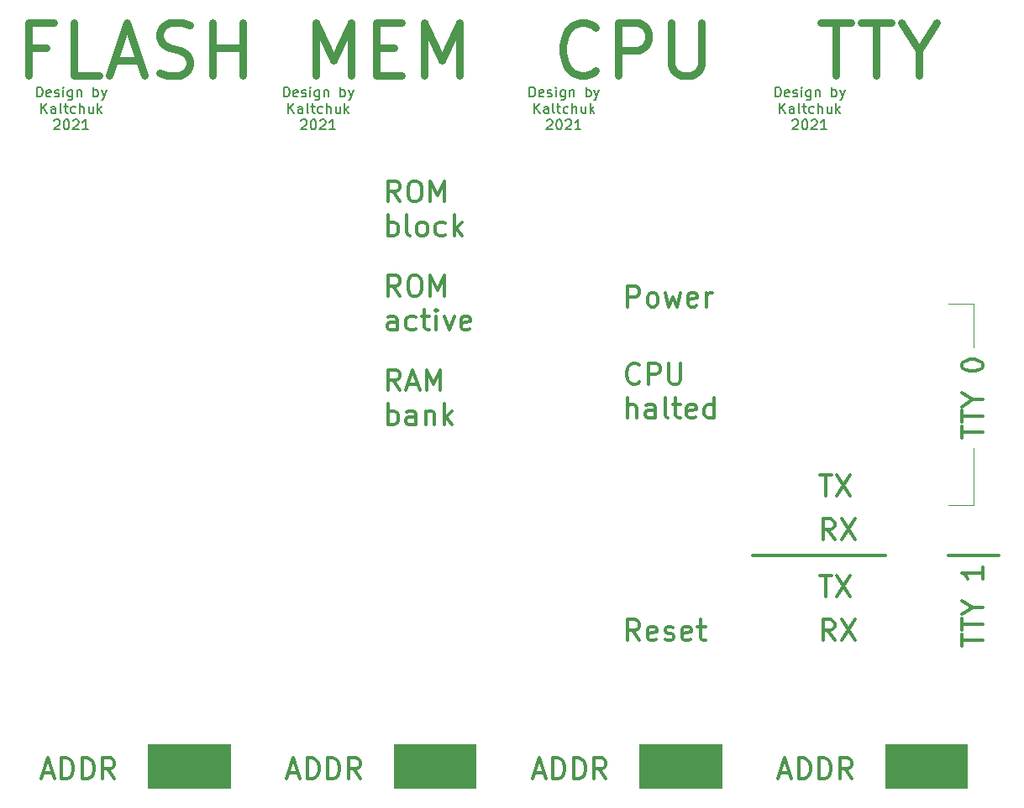
<source format=gbr>
%TF.GenerationSoftware,KiCad,Pcbnew,(5.1.4)-1*%
%TF.CreationDate,2022-01-22T19:53:32+02:00*%
%TF.ProjectId,Front Panel,46726f6e-7420-4506-916e-656c2e6b6963,rev?*%
%TF.SameCoordinates,Original*%
%TF.FileFunction,Legend,Top*%
%TF.FilePolarity,Positive*%
%FSLAX46Y46*%
G04 Gerber Fmt 4.6, Leading zero omitted, Abs format (unit mm)*
G04 Created by KiCad (PCBNEW (5.1.4)-1) date 2022-01-22 19:53:32*
%MOMM*%
%LPD*%
G04 APERTURE LIST*
%ADD10C,0.150000*%
%ADD11C,0.120000*%
%ADD12C,0.100000*%
%ADD13C,0.330200*%
%ADD14C,0.787400*%
G04 APERTURE END LIST*
D10*
X159107619Y-36267380D02*
X159107619Y-35267380D01*
X159345714Y-35267380D01*
X159488571Y-35315000D01*
X159583809Y-35410238D01*
X159631428Y-35505476D01*
X159679047Y-35695952D01*
X159679047Y-35838809D01*
X159631428Y-36029285D01*
X159583809Y-36124523D01*
X159488571Y-36219761D01*
X159345714Y-36267380D01*
X159107619Y-36267380D01*
X160488571Y-36219761D02*
X160393333Y-36267380D01*
X160202857Y-36267380D01*
X160107619Y-36219761D01*
X160060000Y-36124523D01*
X160060000Y-35743571D01*
X160107619Y-35648333D01*
X160202857Y-35600714D01*
X160393333Y-35600714D01*
X160488571Y-35648333D01*
X160536190Y-35743571D01*
X160536190Y-35838809D01*
X160060000Y-35934047D01*
X160917142Y-36219761D02*
X161012380Y-36267380D01*
X161202857Y-36267380D01*
X161298095Y-36219761D01*
X161345714Y-36124523D01*
X161345714Y-36076904D01*
X161298095Y-35981666D01*
X161202857Y-35934047D01*
X161060000Y-35934047D01*
X160964761Y-35886428D01*
X160917142Y-35791190D01*
X160917142Y-35743571D01*
X160964761Y-35648333D01*
X161060000Y-35600714D01*
X161202857Y-35600714D01*
X161298095Y-35648333D01*
X161774285Y-36267380D02*
X161774285Y-35600714D01*
X161774285Y-35267380D02*
X161726666Y-35315000D01*
X161774285Y-35362619D01*
X161821904Y-35315000D01*
X161774285Y-35267380D01*
X161774285Y-35362619D01*
X162679047Y-35600714D02*
X162679047Y-36410238D01*
X162631428Y-36505476D01*
X162583809Y-36553095D01*
X162488571Y-36600714D01*
X162345714Y-36600714D01*
X162250476Y-36553095D01*
X162679047Y-36219761D02*
X162583809Y-36267380D01*
X162393333Y-36267380D01*
X162298095Y-36219761D01*
X162250476Y-36172142D01*
X162202857Y-36076904D01*
X162202857Y-35791190D01*
X162250476Y-35695952D01*
X162298095Y-35648333D01*
X162393333Y-35600714D01*
X162583809Y-35600714D01*
X162679047Y-35648333D01*
X163155238Y-35600714D02*
X163155238Y-36267380D01*
X163155238Y-35695952D02*
X163202857Y-35648333D01*
X163298095Y-35600714D01*
X163440952Y-35600714D01*
X163536190Y-35648333D01*
X163583809Y-35743571D01*
X163583809Y-36267380D01*
X164821904Y-36267380D02*
X164821904Y-35267380D01*
X164821904Y-35648333D02*
X164917142Y-35600714D01*
X165107619Y-35600714D01*
X165202857Y-35648333D01*
X165250476Y-35695952D01*
X165298095Y-35791190D01*
X165298095Y-36076904D01*
X165250476Y-36172142D01*
X165202857Y-36219761D01*
X165107619Y-36267380D01*
X164917142Y-36267380D01*
X164821904Y-36219761D01*
X165631428Y-35600714D02*
X165869523Y-36267380D01*
X166107619Y-35600714D02*
X165869523Y-36267380D01*
X165774285Y-36505476D01*
X165726666Y-36553095D01*
X165631428Y-36600714D01*
X159560000Y-37917380D02*
X159560000Y-36917380D01*
X160131428Y-37917380D02*
X159702857Y-37345952D01*
X160131428Y-36917380D02*
X159560000Y-37488809D01*
X160988571Y-37917380D02*
X160988571Y-37393571D01*
X160940952Y-37298333D01*
X160845714Y-37250714D01*
X160655238Y-37250714D01*
X160560000Y-37298333D01*
X160988571Y-37869761D02*
X160893333Y-37917380D01*
X160655238Y-37917380D01*
X160560000Y-37869761D01*
X160512380Y-37774523D01*
X160512380Y-37679285D01*
X160560000Y-37584047D01*
X160655238Y-37536428D01*
X160893333Y-37536428D01*
X160988571Y-37488809D01*
X161607619Y-37917380D02*
X161512380Y-37869761D01*
X161464761Y-37774523D01*
X161464761Y-36917380D01*
X161845714Y-37250714D02*
X162226666Y-37250714D01*
X161988571Y-36917380D02*
X161988571Y-37774523D01*
X162036190Y-37869761D01*
X162131428Y-37917380D01*
X162226666Y-37917380D01*
X162988571Y-37869761D02*
X162893333Y-37917380D01*
X162702857Y-37917380D01*
X162607619Y-37869761D01*
X162560000Y-37822142D01*
X162512380Y-37726904D01*
X162512380Y-37441190D01*
X162560000Y-37345952D01*
X162607619Y-37298333D01*
X162702857Y-37250714D01*
X162893333Y-37250714D01*
X162988571Y-37298333D01*
X163417142Y-37917380D02*
X163417142Y-36917380D01*
X163845714Y-37917380D02*
X163845714Y-37393571D01*
X163798095Y-37298333D01*
X163702857Y-37250714D01*
X163560000Y-37250714D01*
X163464761Y-37298333D01*
X163417142Y-37345952D01*
X164750476Y-37250714D02*
X164750476Y-37917380D01*
X164321904Y-37250714D02*
X164321904Y-37774523D01*
X164369523Y-37869761D01*
X164464761Y-37917380D01*
X164607619Y-37917380D01*
X164702857Y-37869761D01*
X164750476Y-37822142D01*
X165226666Y-37917380D02*
X165226666Y-36917380D01*
X165321904Y-37536428D02*
X165607619Y-37917380D01*
X165607619Y-37250714D02*
X165226666Y-37631666D01*
X160845714Y-38662619D02*
X160893333Y-38615000D01*
X160988571Y-38567380D01*
X161226666Y-38567380D01*
X161321904Y-38615000D01*
X161369523Y-38662619D01*
X161417142Y-38757857D01*
X161417142Y-38853095D01*
X161369523Y-38995952D01*
X160798095Y-39567380D01*
X161417142Y-39567380D01*
X162036190Y-38567380D02*
X162131428Y-38567380D01*
X162226666Y-38615000D01*
X162274285Y-38662619D01*
X162321904Y-38757857D01*
X162369523Y-38948333D01*
X162369523Y-39186428D01*
X162321904Y-39376904D01*
X162274285Y-39472142D01*
X162226666Y-39519761D01*
X162131428Y-39567380D01*
X162036190Y-39567380D01*
X161940952Y-39519761D01*
X161893333Y-39472142D01*
X161845714Y-39376904D01*
X161798095Y-39186428D01*
X161798095Y-38948333D01*
X161845714Y-38757857D01*
X161893333Y-38662619D01*
X161940952Y-38615000D01*
X162036190Y-38567380D01*
X162750476Y-38662619D02*
X162798095Y-38615000D01*
X162893333Y-38567380D01*
X163131428Y-38567380D01*
X163226666Y-38615000D01*
X163274285Y-38662619D01*
X163321904Y-38757857D01*
X163321904Y-38853095D01*
X163274285Y-38995952D01*
X162702857Y-39567380D01*
X163321904Y-39567380D01*
X164274285Y-39567380D02*
X163702857Y-39567380D01*
X163988571Y-39567380D02*
X163988571Y-38567380D01*
X163893333Y-38710238D01*
X163798095Y-38805476D01*
X163702857Y-38853095D01*
X134342619Y-36267380D02*
X134342619Y-35267380D01*
X134580714Y-35267380D01*
X134723571Y-35315000D01*
X134818809Y-35410238D01*
X134866428Y-35505476D01*
X134914047Y-35695952D01*
X134914047Y-35838809D01*
X134866428Y-36029285D01*
X134818809Y-36124523D01*
X134723571Y-36219761D01*
X134580714Y-36267380D01*
X134342619Y-36267380D01*
X135723571Y-36219761D02*
X135628333Y-36267380D01*
X135437857Y-36267380D01*
X135342619Y-36219761D01*
X135295000Y-36124523D01*
X135295000Y-35743571D01*
X135342619Y-35648333D01*
X135437857Y-35600714D01*
X135628333Y-35600714D01*
X135723571Y-35648333D01*
X135771190Y-35743571D01*
X135771190Y-35838809D01*
X135295000Y-35934047D01*
X136152142Y-36219761D02*
X136247380Y-36267380D01*
X136437857Y-36267380D01*
X136533095Y-36219761D01*
X136580714Y-36124523D01*
X136580714Y-36076904D01*
X136533095Y-35981666D01*
X136437857Y-35934047D01*
X136295000Y-35934047D01*
X136199761Y-35886428D01*
X136152142Y-35791190D01*
X136152142Y-35743571D01*
X136199761Y-35648333D01*
X136295000Y-35600714D01*
X136437857Y-35600714D01*
X136533095Y-35648333D01*
X137009285Y-36267380D02*
X137009285Y-35600714D01*
X137009285Y-35267380D02*
X136961666Y-35315000D01*
X137009285Y-35362619D01*
X137056904Y-35315000D01*
X137009285Y-35267380D01*
X137009285Y-35362619D01*
X137914047Y-35600714D02*
X137914047Y-36410238D01*
X137866428Y-36505476D01*
X137818809Y-36553095D01*
X137723571Y-36600714D01*
X137580714Y-36600714D01*
X137485476Y-36553095D01*
X137914047Y-36219761D02*
X137818809Y-36267380D01*
X137628333Y-36267380D01*
X137533095Y-36219761D01*
X137485476Y-36172142D01*
X137437857Y-36076904D01*
X137437857Y-35791190D01*
X137485476Y-35695952D01*
X137533095Y-35648333D01*
X137628333Y-35600714D01*
X137818809Y-35600714D01*
X137914047Y-35648333D01*
X138390238Y-35600714D02*
X138390238Y-36267380D01*
X138390238Y-35695952D02*
X138437857Y-35648333D01*
X138533095Y-35600714D01*
X138675952Y-35600714D01*
X138771190Y-35648333D01*
X138818809Y-35743571D01*
X138818809Y-36267380D01*
X140056904Y-36267380D02*
X140056904Y-35267380D01*
X140056904Y-35648333D02*
X140152142Y-35600714D01*
X140342619Y-35600714D01*
X140437857Y-35648333D01*
X140485476Y-35695952D01*
X140533095Y-35791190D01*
X140533095Y-36076904D01*
X140485476Y-36172142D01*
X140437857Y-36219761D01*
X140342619Y-36267380D01*
X140152142Y-36267380D01*
X140056904Y-36219761D01*
X140866428Y-35600714D02*
X141104523Y-36267380D01*
X141342619Y-35600714D02*
X141104523Y-36267380D01*
X141009285Y-36505476D01*
X140961666Y-36553095D01*
X140866428Y-36600714D01*
X134795000Y-37917380D02*
X134795000Y-36917380D01*
X135366428Y-37917380D02*
X134937857Y-37345952D01*
X135366428Y-36917380D02*
X134795000Y-37488809D01*
X136223571Y-37917380D02*
X136223571Y-37393571D01*
X136175952Y-37298333D01*
X136080714Y-37250714D01*
X135890238Y-37250714D01*
X135795000Y-37298333D01*
X136223571Y-37869761D02*
X136128333Y-37917380D01*
X135890238Y-37917380D01*
X135795000Y-37869761D01*
X135747380Y-37774523D01*
X135747380Y-37679285D01*
X135795000Y-37584047D01*
X135890238Y-37536428D01*
X136128333Y-37536428D01*
X136223571Y-37488809D01*
X136842619Y-37917380D02*
X136747380Y-37869761D01*
X136699761Y-37774523D01*
X136699761Y-36917380D01*
X137080714Y-37250714D02*
X137461666Y-37250714D01*
X137223571Y-36917380D02*
X137223571Y-37774523D01*
X137271190Y-37869761D01*
X137366428Y-37917380D01*
X137461666Y-37917380D01*
X138223571Y-37869761D02*
X138128333Y-37917380D01*
X137937857Y-37917380D01*
X137842619Y-37869761D01*
X137795000Y-37822142D01*
X137747380Y-37726904D01*
X137747380Y-37441190D01*
X137795000Y-37345952D01*
X137842619Y-37298333D01*
X137937857Y-37250714D01*
X138128333Y-37250714D01*
X138223571Y-37298333D01*
X138652142Y-37917380D02*
X138652142Y-36917380D01*
X139080714Y-37917380D02*
X139080714Y-37393571D01*
X139033095Y-37298333D01*
X138937857Y-37250714D01*
X138795000Y-37250714D01*
X138699761Y-37298333D01*
X138652142Y-37345952D01*
X139985476Y-37250714D02*
X139985476Y-37917380D01*
X139556904Y-37250714D02*
X139556904Y-37774523D01*
X139604523Y-37869761D01*
X139699761Y-37917380D01*
X139842619Y-37917380D01*
X139937857Y-37869761D01*
X139985476Y-37822142D01*
X140461666Y-37917380D02*
X140461666Y-36917380D01*
X140556904Y-37536428D02*
X140842619Y-37917380D01*
X140842619Y-37250714D02*
X140461666Y-37631666D01*
X136080714Y-38662619D02*
X136128333Y-38615000D01*
X136223571Y-38567380D01*
X136461666Y-38567380D01*
X136556904Y-38615000D01*
X136604523Y-38662619D01*
X136652142Y-38757857D01*
X136652142Y-38853095D01*
X136604523Y-38995952D01*
X136033095Y-39567380D01*
X136652142Y-39567380D01*
X137271190Y-38567380D02*
X137366428Y-38567380D01*
X137461666Y-38615000D01*
X137509285Y-38662619D01*
X137556904Y-38757857D01*
X137604523Y-38948333D01*
X137604523Y-39186428D01*
X137556904Y-39376904D01*
X137509285Y-39472142D01*
X137461666Y-39519761D01*
X137366428Y-39567380D01*
X137271190Y-39567380D01*
X137175952Y-39519761D01*
X137128333Y-39472142D01*
X137080714Y-39376904D01*
X137033095Y-39186428D01*
X137033095Y-38948333D01*
X137080714Y-38757857D01*
X137128333Y-38662619D01*
X137175952Y-38615000D01*
X137271190Y-38567380D01*
X137985476Y-38662619D02*
X138033095Y-38615000D01*
X138128333Y-38567380D01*
X138366428Y-38567380D01*
X138461666Y-38615000D01*
X138509285Y-38662619D01*
X138556904Y-38757857D01*
X138556904Y-38853095D01*
X138509285Y-38995952D01*
X137937857Y-39567380D01*
X138556904Y-39567380D01*
X139509285Y-39567380D02*
X138937857Y-39567380D01*
X139223571Y-39567380D02*
X139223571Y-38567380D01*
X139128333Y-38710238D01*
X139033095Y-38805476D01*
X138937857Y-38853095D01*
X109577619Y-36267380D02*
X109577619Y-35267380D01*
X109815714Y-35267380D01*
X109958571Y-35315000D01*
X110053809Y-35410238D01*
X110101428Y-35505476D01*
X110149047Y-35695952D01*
X110149047Y-35838809D01*
X110101428Y-36029285D01*
X110053809Y-36124523D01*
X109958571Y-36219761D01*
X109815714Y-36267380D01*
X109577619Y-36267380D01*
X110958571Y-36219761D02*
X110863333Y-36267380D01*
X110672857Y-36267380D01*
X110577619Y-36219761D01*
X110530000Y-36124523D01*
X110530000Y-35743571D01*
X110577619Y-35648333D01*
X110672857Y-35600714D01*
X110863333Y-35600714D01*
X110958571Y-35648333D01*
X111006190Y-35743571D01*
X111006190Y-35838809D01*
X110530000Y-35934047D01*
X111387142Y-36219761D02*
X111482380Y-36267380D01*
X111672857Y-36267380D01*
X111768095Y-36219761D01*
X111815714Y-36124523D01*
X111815714Y-36076904D01*
X111768095Y-35981666D01*
X111672857Y-35934047D01*
X111530000Y-35934047D01*
X111434761Y-35886428D01*
X111387142Y-35791190D01*
X111387142Y-35743571D01*
X111434761Y-35648333D01*
X111530000Y-35600714D01*
X111672857Y-35600714D01*
X111768095Y-35648333D01*
X112244285Y-36267380D02*
X112244285Y-35600714D01*
X112244285Y-35267380D02*
X112196666Y-35315000D01*
X112244285Y-35362619D01*
X112291904Y-35315000D01*
X112244285Y-35267380D01*
X112244285Y-35362619D01*
X113149047Y-35600714D02*
X113149047Y-36410238D01*
X113101428Y-36505476D01*
X113053809Y-36553095D01*
X112958571Y-36600714D01*
X112815714Y-36600714D01*
X112720476Y-36553095D01*
X113149047Y-36219761D02*
X113053809Y-36267380D01*
X112863333Y-36267380D01*
X112768095Y-36219761D01*
X112720476Y-36172142D01*
X112672857Y-36076904D01*
X112672857Y-35791190D01*
X112720476Y-35695952D01*
X112768095Y-35648333D01*
X112863333Y-35600714D01*
X113053809Y-35600714D01*
X113149047Y-35648333D01*
X113625238Y-35600714D02*
X113625238Y-36267380D01*
X113625238Y-35695952D02*
X113672857Y-35648333D01*
X113768095Y-35600714D01*
X113910952Y-35600714D01*
X114006190Y-35648333D01*
X114053809Y-35743571D01*
X114053809Y-36267380D01*
X115291904Y-36267380D02*
X115291904Y-35267380D01*
X115291904Y-35648333D02*
X115387142Y-35600714D01*
X115577619Y-35600714D01*
X115672857Y-35648333D01*
X115720476Y-35695952D01*
X115768095Y-35791190D01*
X115768095Y-36076904D01*
X115720476Y-36172142D01*
X115672857Y-36219761D01*
X115577619Y-36267380D01*
X115387142Y-36267380D01*
X115291904Y-36219761D01*
X116101428Y-35600714D02*
X116339523Y-36267380D01*
X116577619Y-35600714D02*
X116339523Y-36267380D01*
X116244285Y-36505476D01*
X116196666Y-36553095D01*
X116101428Y-36600714D01*
X110030000Y-37917380D02*
X110030000Y-36917380D01*
X110601428Y-37917380D02*
X110172857Y-37345952D01*
X110601428Y-36917380D02*
X110030000Y-37488809D01*
X111458571Y-37917380D02*
X111458571Y-37393571D01*
X111410952Y-37298333D01*
X111315714Y-37250714D01*
X111125238Y-37250714D01*
X111030000Y-37298333D01*
X111458571Y-37869761D02*
X111363333Y-37917380D01*
X111125238Y-37917380D01*
X111030000Y-37869761D01*
X110982380Y-37774523D01*
X110982380Y-37679285D01*
X111030000Y-37584047D01*
X111125238Y-37536428D01*
X111363333Y-37536428D01*
X111458571Y-37488809D01*
X112077619Y-37917380D02*
X111982380Y-37869761D01*
X111934761Y-37774523D01*
X111934761Y-36917380D01*
X112315714Y-37250714D02*
X112696666Y-37250714D01*
X112458571Y-36917380D02*
X112458571Y-37774523D01*
X112506190Y-37869761D01*
X112601428Y-37917380D01*
X112696666Y-37917380D01*
X113458571Y-37869761D02*
X113363333Y-37917380D01*
X113172857Y-37917380D01*
X113077619Y-37869761D01*
X113030000Y-37822142D01*
X112982380Y-37726904D01*
X112982380Y-37441190D01*
X113030000Y-37345952D01*
X113077619Y-37298333D01*
X113172857Y-37250714D01*
X113363333Y-37250714D01*
X113458571Y-37298333D01*
X113887142Y-37917380D02*
X113887142Y-36917380D01*
X114315714Y-37917380D02*
X114315714Y-37393571D01*
X114268095Y-37298333D01*
X114172857Y-37250714D01*
X114030000Y-37250714D01*
X113934761Y-37298333D01*
X113887142Y-37345952D01*
X115220476Y-37250714D02*
X115220476Y-37917380D01*
X114791904Y-37250714D02*
X114791904Y-37774523D01*
X114839523Y-37869761D01*
X114934761Y-37917380D01*
X115077619Y-37917380D01*
X115172857Y-37869761D01*
X115220476Y-37822142D01*
X115696666Y-37917380D02*
X115696666Y-36917380D01*
X115791904Y-37536428D02*
X116077619Y-37917380D01*
X116077619Y-37250714D02*
X115696666Y-37631666D01*
X111315714Y-38662619D02*
X111363333Y-38615000D01*
X111458571Y-38567380D01*
X111696666Y-38567380D01*
X111791904Y-38615000D01*
X111839523Y-38662619D01*
X111887142Y-38757857D01*
X111887142Y-38853095D01*
X111839523Y-38995952D01*
X111268095Y-39567380D01*
X111887142Y-39567380D01*
X112506190Y-38567380D02*
X112601428Y-38567380D01*
X112696666Y-38615000D01*
X112744285Y-38662619D01*
X112791904Y-38757857D01*
X112839523Y-38948333D01*
X112839523Y-39186428D01*
X112791904Y-39376904D01*
X112744285Y-39472142D01*
X112696666Y-39519761D01*
X112601428Y-39567380D01*
X112506190Y-39567380D01*
X112410952Y-39519761D01*
X112363333Y-39472142D01*
X112315714Y-39376904D01*
X112268095Y-39186428D01*
X112268095Y-38948333D01*
X112315714Y-38757857D01*
X112363333Y-38662619D01*
X112410952Y-38615000D01*
X112506190Y-38567380D01*
X113220476Y-38662619D02*
X113268095Y-38615000D01*
X113363333Y-38567380D01*
X113601428Y-38567380D01*
X113696666Y-38615000D01*
X113744285Y-38662619D01*
X113791904Y-38757857D01*
X113791904Y-38853095D01*
X113744285Y-38995952D01*
X113172857Y-39567380D01*
X113791904Y-39567380D01*
X114744285Y-39567380D02*
X114172857Y-39567380D01*
X114458571Y-39567380D02*
X114458571Y-38567380D01*
X114363333Y-38710238D01*
X114268095Y-38805476D01*
X114172857Y-38853095D01*
X84685619Y-36267380D02*
X84685619Y-35267380D01*
X84923714Y-35267380D01*
X85066571Y-35315000D01*
X85161809Y-35410238D01*
X85209428Y-35505476D01*
X85257047Y-35695952D01*
X85257047Y-35838809D01*
X85209428Y-36029285D01*
X85161809Y-36124523D01*
X85066571Y-36219761D01*
X84923714Y-36267380D01*
X84685619Y-36267380D01*
X86066571Y-36219761D02*
X85971333Y-36267380D01*
X85780857Y-36267380D01*
X85685619Y-36219761D01*
X85638000Y-36124523D01*
X85638000Y-35743571D01*
X85685619Y-35648333D01*
X85780857Y-35600714D01*
X85971333Y-35600714D01*
X86066571Y-35648333D01*
X86114190Y-35743571D01*
X86114190Y-35838809D01*
X85638000Y-35934047D01*
X86495142Y-36219761D02*
X86590380Y-36267380D01*
X86780857Y-36267380D01*
X86876095Y-36219761D01*
X86923714Y-36124523D01*
X86923714Y-36076904D01*
X86876095Y-35981666D01*
X86780857Y-35934047D01*
X86638000Y-35934047D01*
X86542761Y-35886428D01*
X86495142Y-35791190D01*
X86495142Y-35743571D01*
X86542761Y-35648333D01*
X86638000Y-35600714D01*
X86780857Y-35600714D01*
X86876095Y-35648333D01*
X87352285Y-36267380D02*
X87352285Y-35600714D01*
X87352285Y-35267380D02*
X87304666Y-35315000D01*
X87352285Y-35362619D01*
X87399904Y-35315000D01*
X87352285Y-35267380D01*
X87352285Y-35362619D01*
X88257047Y-35600714D02*
X88257047Y-36410238D01*
X88209428Y-36505476D01*
X88161809Y-36553095D01*
X88066571Y-36600714D01*
X87923714Y-36600714D01*
X87828476Y-36553095D01*
X88257047Y-36219761D02*
X88161809Y-36267380D01*
X87971333Y-36267380D01*
X87876095Y-36219761D01*
X87828476Y-36172142D01*
X87780857Y-36076904D01*
X87780857Y-35791190D01*
X87828476Y-35695952D01*
X87876095Y-35648333D01*
X87971333Y-35600714D01*
X88161809Y-35600714D01*
X88257047Y-35648333D01*
X88733238Y-35600714D02*
X88733238Y-36267380D01*
X88733238Y-35695952D02*
X88780857Y-35648333D01*
X88876095Y-35600714D01*
X89018952Y-35600714D01*
X89114190Y-35648333D01*
X89161809Y-35743571D01*
X89161809Y-36267380D01*
X90399904Y-36267380D02*
X90399904Y-35267380D01*
X90399904Y-35648333D02*
X90495142Y-35600714D01*
X90685619Y-35600714D01*
X90780857Y-35648333D01*
X90828476Y-35695952D01*
X90876095Y-35791190D01*
X90876095Y-36076904D01*
X90828476Y-36172142D01*
X90780857Y-36219761D01*
X90685619Y-36267380D01*
X90495142Y-36267380D01*
X90399904Y-36219761D01*
X91209428Y-35600714D02*
X91447523Y-36267380D01*
X91685619Y-35600714D02*
X91447523Y-36267380D01*
X91352285Y-36505476D01*
X91304666Y-36553095D01*
X91209428Y-36600714D01*
X85138000Y-37917380D02*
X85138000Y-36917380D01*
X85709428Y-37917380D02*
X85280857Y-37345952D01*
X85709428Y-36917380D02*
X85138000Y-37488809D01*
X86566571Y-37917380D02*
X86566571Y-37393571D01*
X86518952Y-37298333D01*
X86423714Y-37250714D01*
X86233238Y-37250714D01*
X86138000Y-37298333D01*
X86566571Y-37869761D02*
X86471333Y-37917380D01*
X86233238Y-37917380D01*
X86138000Y-37869761D01*
X86090380Y-37774523D01*
X86090380Y-37679285D01*
X86138000Y-37584047D01*
X86233238Y-37536428D01*
X86471333Y-37536428D01*
X86566571Y-37488809D01*
X87185619Y-37917380D02*
X87090380Y-37869761D01*
X87042761Y-37774523D01*
X87042761Y-36917380D01*
X87423714Y-37250714D02*
X87804666Y-37250714D01*
X87566571Y-36917380D02*
X87566571Y-37774523D01*
X87614190Y-37869761D01*
X87709428Y-37917380D01*
X87804666Y-37917380D01*
X88566571Y-37869761D02*
X88471333Y-37917380D01*
X88280857Y-37917380D01*
X88185619Y-37869761D01*
X88138000Y-37822142D01*
X88090380Y-37726904D01*
X88090380Y-37441190D01*
X88138000Y-37345952D01*
X88185619Y-37298333D01*
X88280857Y-37250714D01*
X88471333Y-37250714D01*
X88566571Y-37298333D01*
X88995142Y-37917380D02*
X88995142Y-36917380D01*
X89423714Y-37917380D02*
X89423714Y-37393571D01*
X89376095Y-37298333D01*
X89280857Y-37250714D01*
X89138000Y-37250714D01*
X89042761Y-37298333D01*
X88995142Y-37345952D01*
X90328476Y-37250714D02*
X90328476Y-37917380D01*
X89899904Y-37250714D02*
X89899904Y-37774523D01*
X89947523Y-37869761D01*
X90042761Y-37917380D01*
X90185619Y-37917380D01*
X90280857Y-37869761D01*
X90328476Y-37822142D01*
X90804666Y-37917380D02*
X90804666Y-36917380D01*
X90899904Y-37536428D02*
X91185619Y-37917380D01*
X91185619Y-37250714D02*
X90804666Y-37631666D01*
X86423714Y-38662619D02*
X86471333Y-38615000D01*
X86566571Y-38567380D01*
X86804666Y-38567380D01*
X86899904Y-38615000D01*
X86947523Y-38662619D01*
X86995142Y-38757857D01*
X86995142Y-38853095D01*
X86947523Y-38995952D01*
X86376095Y-39567380D01*
X86995142Y-39567380D01*
X87614190Y-38567380D02*
X87709428Y-38567380D01*
X87804666Y-38615000D01*
X87852285Y-38662619D01*
X87899904Y-38757857D01*
X87947523Y-38948333D01*
X87947523Y-39186428D01*
X87899904Y-39376904D01*
X87852285Y-39472142D01*
X87804666Y-39519761D01*
X87709428Y-39567380D01*
X87614190Y-39567380D01*
X87518952Y-39519761D01*
X87471333Y-39472142D01*
X87423714Y-39376904D01*
X87376095Y-39186428D01*
X87376095Y-38948333D01*
X87423714Y-38757857D01*
X87471333Y-38662619D01*
X87518952Y-38615000D01*
X87614190Y-38567380D01*
X88328476Y-38662619D02*
X88376095Y-38615000D01*
X88471333Y-38567380D01*
X88709428Y-38567380D01*
X88804666Y-38615000D01*
X88852285Y-38662619D01*
X88899904Y-38757857D01*
X88899904Y-38853095D01*
X88852285Y-38995952D01*
X88280857Y-39567380D01*
X88899904Y-39567380D01*
X89852285Y-39567380D02*
X89280857Y-39567380D01*
X89566571Y-39567380D02*
X89566571Y-38567380D01*
X89471333Y-38710238D01*
X89376095Y-38805476D01*
X89280857Y-38853095D01*
D11*
X179070000Y-77470000D02*
X179070000Y-71755000D01*
X179070000Y-57150000D02*
X179070000Y-61595000D01*
X176530000Y-77470000D02*
X179070000Y-77470000D01*
X176530000Y-57150000D02*
X179070000Y-57150000D01*
D12*
G36*
X104140000Y-106045000D02*
G01*
X95885000Y-106045000D01*
X95885000Y-101600000D01*
X104140000Y-101600000D01*
X104140000Y-106045000D01*
G37*
X104140000Y-106045000D02*
X95885000Y-106045000D01*
X95885000Y-101600000D01*
X104140000Y-101600000D01*
X104140000Y-106045000D01*
G36*
X128905000Y-106045000D02*
G01*
X120650000Y-106045000D01*
X120650000Y-101600000D01*
X128905000Y-101600000D01*
X128905000Y-106045000D01*
G37*
X128905000Y-106045000D02*
X120650000Y-106045000D01*
X120650000Y-101600000D01*
X128905000Y-101600000D01*
X128905000Y-106045000D01*
G36*
X153670000Y-106045000D02*
G01*
X145415000Y-106045000D01*
X145415000Y-101600000D01*
X153670000Y-101600000D01*
X153670000Y-106045000D01*
G37*
X153670000Y-106045000D02*
X145415000Y-106045000D01*
X145415000Y-101600000D01*
X153670000Y-101600000D01*
X153670000Y-106045000D01*
G36*
X178435000Y-106045000D02*
G01*
X170180000Y-106045000D01*
X170180000Y-101600000D01*
X178435000Y-101600000D01*
X178435000Y-106045000D01*
G37*
X178435000Y-106045000D02*
X170180000Y-106045000D01*
X170180000Y-101600000D01*
X178435000Y-101600000D01*
X178435000Y-106045000D01*
D13*
X177929419Y-91662008D02*
X177929419Y-90471836D01*
X180012219Y-91066922D02*
X177929419Y-91066922D01*
X177929419Y-90075112D02*
X177929419Y-88884941D01*
X180012219Y-89480027D02*
X177929419Y-89480027D01*
X179020409Y-87793950D02*
X180012219Y-87793950D01*
X177929419Y-88488217D02*
X179020409Y-87793950D01*
X177929419Y-87099684D01*
X180012219Y-83727531D02*
X180012219Y-84917703D01*
X180012219Y-84322617D02*
X177929419Y-84322617D01*
X178226961Y-84520979D01*
X178425323Y-84719341D01*
X178524504Y-84917703D01*
X177929419Y-70707008D02*
X177929419Y-69516836D01*
X180012219Y-70111922D02*
X177929419Y-70111922D01*
X177929419Y-69120112D02*
X177929419Y-67929941D01*
X180012219Y-68525027D02*
X177929419Y-68525027D01*
X179020409Y-66838950D02*
X180012219Y-66838950D01*
X177929419Y-67533217D02*
X179020409Y-66838950D01*
X177929419Y-66144684D01*
X177929419Y-63466798D02*
X177929419Y-63268436D01*
X178028600Y-63070074D01*
X178127780Y-62970893D01*
X178326142Y-62871712D01*
X178722866Y-62772531D01*
X179218771Y-62772531D01*
X179615495Y-62871712D01*
X179813857Y-62970893D01*
X179913038Y-63070074D01*
X180012219Y-63268436D01*
X180012219Y-63466798D01*
X179913038Y-63665160D01*
X179813857Y-63764341D01*
X179615495Y-63863522D01*
X179218771Y-63962703D01*
X178722866Y-63962703D01*
X178326142Y-63863522D01*
X178127780Y-63764341D01*
X178028600Y-63665160D01*
X177929419Y-63466798D01*
X176530000Y-82550000D02*
X181610000Y-82550000D01*
X163607991Y-84584419D02*
X164798163Y-84584419D01*
X164203077Y-86667219D02*
X164203077Y-84584419D01*
X165294068Y-84584419D02*
X166682601Y-86667219D01*
X166682601Y-84584419D02*
X165294068Y-86667219D01*
X165095706Y-91112219D02*
X164401439Y-90120409D01*
X163905534Y-91112219D02*
X163905534Y-89029419D01*
X164698982Y-89029419D01*
X164897344Y-89128600D01*
X164996525Y-89227780D01*
X165095706Y-89426142D01*
X165095706Y-89723685D01*
X164996525Y-89922047D01*
X164897344Y-90021228D01*
X164698982Y-90120409D01*
X163905534Y-90120409D01*
X165789972Y-89029419D02*
X167178506Y-91112219D01*
X167178506Y-89029419D02*
X165789972Y-91112219D01*
X163607991Y-74424419D02*
X164798163Y-74424419D01*
X164203077Y-76507219D02*
X164203077Y-74424419D01*
X165294068Y-74424419D02*
X166682601Y-76507219D01*
X166682601Y-74424419D02*
X165294068Y-76507219D01*
X165095706Y-80952219D02*
X164401439Y-79960409D01*
X163905534Y-80952219D02*
X163905534Y-78869419D01*
X164698982Y-78869419D01*
X164897344Y-78968600D01*
X164996525Y-79067780D01*
X165095706Y-79266142D01*
X165095706Y-79563685D01*
X164996525Y-79762047D01*
X164897344Y-79861228D01*
X164698982Y-79960409D01*
X163905534Y-79960409D01*
X165789972Y-78869419D02*
X167178506Y-80952219D01*
X167178506Y-78869419D02*
X165789972Y-80952219D01*
X156845000Y-82550000D02*
X170180000Y-82550000D01*
X159574895Y-104487133D02*
X160566704Y-104487133D01*
X159376533Y-105082219D02*
X160070800Y-102999419D01*
X160765066Y-105082219D01*
X161459333Y-105082219D02*
X161459333Y-102999419D01*
X161955238Y-102999419D01*
X162252780Y-103098600D01*
X162451142Y-103296961D01*
X162550323Y-103495323D01*
X162649504Y-103892047D01*
X162649504Y-104189590D01*
X162550323Y-104586314D01*
X162451142Y-104784676D01*
X162252780Y-104983038D01*
X161955238Y-105082219D01*
X161459333Y-105082219D01*
X163542133Y-105082219D02*
X163542133Y-102999419D01*
X164038038Y-102999419D01*
X164335580Y-103098600D01*
X164533942Y-103296961D01*
X164633123Y-103495323D01*
X164732304Y-103892047D01*
X164732304Y-104189590D01*
X164633123Y-104586314D01*
X164533942Y-104784676D01*
X164335580Y-104983038D01*
X164038038Y-105082219D01*
X163542133Y-105082219D01*
X166815104Y-105082219D02*
X166120838Y-104090409D01*
X165624933Y-105082219D02*
X165624933Y-102999419D01*
X166418380Y-102999419D01*
X166616742Y-103098600D01*
X166715923Y-103197780D01*
X166815104Y-103396142D01*
X166815104Y-103693685D01*
X166715923Y-103892047D01*
X166616742Y-103991228D01*
X166418380Y-104090409D01*
X165624933Y-104090409D01*
D14*
X163703000Y-28829000D02*
X166751000Y-28829000D01*
X165227000Y-34163000D02*
X165227000Y-28829000D01*
X167767000Y-28829000D02*
X170815000Y-28829000D01*
X169291000Y-34163000D02*
X169291000Y-28829000D01*
X173609000Y-31623000D02*
X173609000Y-34163000D01*
X171831000Y-28829000D02*
X173609000Y-31623000D01*
X175387000Y-28829000D01*
D13*
X121280706Y-65890019D02*
X120586439Y-64898209D01*
X120090534Y-65890019D02*
X120090534Y-63807219D01*
X120883982Y-63807219D01*
X121082344Y-63906400D01*
X121181525Y-64005580D01*
X121280706Y-64203942D01*
X121280706Y-64501485D01*
X121181525Y-64699847D01*
X121082344Y-64799028D01*
X120883982Y-64898209D01*
X120090534Y-64898209D01*
X122074153Y-65294933D02*
X123065963Y-65294933D01*
X121875791Y-65890019D02*
X122570058Y-63807219D01*
X123264325Y-65890019D01*
X123958591Y-65890019D02*
X123958591Y-63807219D01*
X124652858Y-65294933D01*
X125347125Y-63807219D01*
X125347125Y-65890019D01*
X120090534Y-69344419D02*
X120090534Y-67261619D01*
X120090534Y-68055066D02*
X120288896Y-67955885D01*
X120685620Y-67955885D01*
X120883982Y-68055066D01*
X120983163Y-68154247D01*
X121082344Y-68352609D01*
X121082344Y-68947695D01*
X120983163Y-69146057D01*
X120883982Y-69245238D01*
X120685620Y-69344419D01*
X120288896Y-69344419D01*
X120090534Y-69245238D01*
X122867601Y-69344419D02*
X122867601Y-68253428D01*
X122768420Y-68055066D01*
X122570058Y-67955885D01*
X122173334Y-67955885D01*
X121974972Y-68055066D01*
X122867601Y-69245238D02*
X122669239Y-69344419D01*
X122173334Y-69344419D01*
X121974972Y-69245238D01*
X121875791Y-69046876D01*
X121875791Y-68848514D01*
X121974972Y-68650152D01*
X122173334Y-68550971D01*
X122669239Y-68550971D01*
X122867601Y-68451790D01*
X123859410Y-67955885D02*
X123859410Y-69344419D01*
X123859410Y-68154247D02*
X123958591Y-68055066D01*
X124156953Y-67955885D01*
X124454496Y-67955885D01*
X124652858Y-68055066D01*
X124752039Y-68253428D01*
X124752039Y-69344419D01*
X125743849Y-69344419D02*
X125743849Y-67261619D01*
X125942210Y-68550971D02*
X126537296Y-69344419D01*
X126537296Y-67955885D02*
X125743849Y-68749333D01*
X121280706Y-46840019D02*
X120586439Y-45848209D01*
X120090534Y-46840019D02*
X120090534Y-44757219D01*
X120883982Y-44757219D01*
X121082344Y-44856400D01*
X121181525Y-44955580D01*
X121280706Y-45153942D01*
X121280706Y-45451485D01*
X121181525Y-45649847D01*
X121082344Y-45749028D01*
X120883982Y-45848209D01*
X120090534Y-45848209D01*
X122570058Y-44757219D02*
X122966782Y-44757219D01*
X123165144Y-44856400D01*
X123363506Y-45054761D01*
X123462687Y-45451485D01*
X123462687Y-46145752D01*
X123363506Y-46542476D01*
X123165144Y-46740838D01*
X122966782Y-46840019D01*
X122570058Y-46840019D01*
X122371696Y-46740838D01*
X122173334Y-46542476D01*
X122074153Y-46145752D01*
X122074153Y-45451485D01*
X122173334Y-45054761D01*
X122371696Y-44856400D01*
X122570058Y-44757219D01*
X124355315Y-46840019D02*
X124355315Y-44757219D01*
X125049582Y-46244933D01*
X125743849Y-44757219D01*
X125743849Y-46840019D01*
X120090534Y-50294419D02*
X120090534Y-48211619D01*
X120090534Y-49005066D02*
X120288896Y-48905885D01*
X120685620Y-48905885D01*
X120883982Y-49005066D01*
X120983163Y-49104247D01*
X121082344Y-49302609D01*
X121082344Y-49897695D01*
X120983163Y-50096057D01*
X120883982Y-50195238D01*
X120685620Y-50294419D01*
X120288896Y-50294419D01*
X120090534Y-50195238D01*
X122272515Y-50294419D02*
X122074153Y-50195238D01*
X121974972Y-49996876D01*
X121974972Y-48211619D01*
X123363506Y-50294419D02*
X123165144Y-50195238D01*
X123065963Y-50096057D01*
X122966782Y-49897695D01*
X122966782Y-49302609D01*
X123065963Y-49104247D01*
X123165144Y-49005066D01*
X123363506Y-48905885D01*
X123661049Y-48905885D01*
X123859410Y-49005066D01*
X123958591Y-49104247D01*
X124057772Y-49302609D01*
X124057772Y-49897695D01*
X123958591Y-50096057D01*
X123859410Y-50195238D01*
X123661049Y-50294419D01*
X123363506Y-50294419D01*
X125843030Y-50195238D02*
X125644668Y-50294419D01*
X125247944Y-50294419D01*
X125049582Y-50195238D01*
X124950401Y-50096057D01*
X124851220Y-49897695D01*
X124851220Y-49302609D01*
X124950401Y-49104247D01*
X125049582Y-49005066D01*
X125247944Y-48905885D01*
X125644668Y-48905885D01*
X125843030Y-49005066D01*
X126735658Y-50294419D02*
X126735658Y-48211619D01*
X126934020Y-49500971D02*
X127529106Y-50294419D01*
X127529106Y-48905885D02*
X126735658Y-49699333D01*
X85279895Y-104487133D02*
X86271704Y-104487133D01*
X85081533Y-105082219D02*
X85775800Y-102999419D01*
X86470066Y-105082219D01*
X87164333Y-105082219D02*
X87164333Y-102999419D01*
X87660238Y-102999419D01*
X87957780Y-103098600D01*
X88156142Y-103296961D01*
X88255323Y-103495323D01*
X88354504Y-103892047D01*
X88354504Y-104189590D01*
X88255323Y-104586314D01*
X88156142Y-104784676D01*
X87957780Y-104983038D01*
X87660238Y-105082219D01*
X87164333Y-105082219D01*
X89247133Y-105082219D02*
X89247133Y-102999419D01*
X89743038Y-102999419D01*
X90040580Y-103098600D01*
X90238942Y-103296961D01*
X90338123Y-103495323D01*
X90437304Y-103892047D01*
X90437304Y-104189590D01*
X90338123Y-104586314D01*
X90238942Y-104784676D01*
X90040580Y-104983038D01*
X89743038Y-105082219D01*
X89247133Y-105082219D01*
X92520104Y-105082219D02*
X91825838Y-104090409D01*
X91329933Y-105082219D02*
X91329933Y-102999419D01*
X92123380Y-102999419D01*
X92321742Y-103098600D01*
X92420923Y-103197780D01*
X92520104Y-103396142D01*
X92520104Y-103693685D01*
X92420923Y-103892047D01*
X92321742Y-103991228D01*
X92123380Y-104090409D01*
X91329933Y-104090409D01*
D14*
X112776000Y-34163000D02*
X112776000Y-28829000D01*
X114554000Y-32639000D01*
X116332000Y-28829000D01*
X116332000Y-34163000D01*
X118872000Y-31369000D02*
X120650000Y-31369000D01*
X121412000Y-34163000D02*
X118872000Y-34163000D01*
X118872000Y-28829000D01*
X121412000Y-28829000D01*
X123698000Y-34163000D02*
X123698000Y-28829000D01*
X125476000Y-32639000D01*
X127254000Y-28829000D01*
X127254000Y-34163000D01*
X85598000Y-31369000D02*
X83820000Y-31369000D01*
X83820000Y-34163000D02*
X83820000Y-28829000D01*
X86360000Y-28829000D01*
X90932000Y-34163000D02*
X88392000Y-34163000D01*
X88392000Y-28829000D01*
X92456000Y-32639000D02*
X94996000Y-32639000D01*
X91948000Y-34163000D02*
X93726000Y-28829000D01*
X95504000Y-34163000D01*
X97028000Y-33909000D02*
X97790000Y-34163000D01*
X99060000Y-34163000D01*
X99568000Y-33909000D01*
X99822000Y-33655000D01*
X100076000Y-33147000D01*
X100076000Y-32639000D01*
X99822000Y-32131000D01*
X99568000Y-31877000D01*
X99060000Y-31623000D01*
X98044000Y-31369000D01*
X97536000Y-31115000D01*
X97282000Y-30861000D01*
X97028000Y-30353000D01*
X97028000Y-29845000D01*
X97282000Y-29337000D01*
X97536000Y-29083000D01*
X98044000Y-28829000D01*
X99314000Y-28829000D01*
X100076000Y-29083000D01*
X102362000Y-34163000D02*
X102362000Y-28829000D01*
X102362000Y-31369000D02*
X105410000Y-31369000D01*
X105410000Y-34163000D02*
X105410000Y-28829000D01*
D13*
X110044895Y-104487133D02*
X111036704Y-104487133D01*
X109846533Y-105082219D02*
X110540800Y-102999419D01*
X111235066Y-105082219D01*
X111929333Y-105082219D02*
X111929333Y-102999419D01*
X112425238Y-102999419D01*
X112722780Y-103098600D01*
X112921142Y-103296961D01*
X113020323Y-103495323D01*
X113119504Y-103892047D01*
X113119504Y-104189590D01*
X113020323Y-104586314D01*
X112921142Y-104784676D01*
X112722780Y-104983038D01*
X112425238Y-105082219D01*
X111929333Y-105082219D01*
X114012133Y-105082219D02*
X114012133Y-102999419D01*
X114508038Y-102999419D01*
X114805580Y-103098600D01*
X115003942Y-103296961D01*
X115103123Y-103495323D01*
X115202304Y-103892047D01*
X115202304Y-104189590D01*
X115103123Y-104586314D01*
X115003942Y-104784676D01*
X114805580Y-104983038D01*
X114508038Y-105082219D01*
X114012133Y-105082219D01*
X117285104Y-105082219D02*
X116590838Y-104090409D01*
X116094933Y-105082219D02*
X116094933Y-102999419D01*
X116888380Y-102999419D01*
X117086742Y-103098600D01*
X117185923Y-103197780D01*
X117285104Y-103396142D01*
X117285104Y-103693685D01*
X117185923Y-103892047D01*
X117086742Y-103991228D01*
X116888380Y-104090409D01*
X116094933Y-104090409D01*
X121280706Y-56365019D02*
X120586439Y-55373209D01*
X120090534Y-56365019D02*
X120090534Y-54282219D01*
X120883982Y-54282219D01*
X121082344Y-54381400D01*
X121181525Y-54480580D01*
X121280706Y-54678942D01*
X121280706Y-54976485D01*
X121181525Y-55174847D01*
X121082344Y-55274028D01*
X120883982Y-55373209D01*
X120090534Y-55373209D01*
X122570058Y-54282219D02*
X122966782Y-54282219D01*
X123165144Y-54381400D01*
X123363506Y-54579761D01*
X123462687Y-54976485D01*
X123462687Y-55670752D01*
X123363506Y-56067476D01*
X123165144Y-56265838D01*
X122966782Y-56365019D01*
X122570058Y-56365019D01*
X122371696Y-56265838D01*
X122173334Y-56067476D01*
X122074153Y-55670752D01*
X122074153Y-54976485D01*
X122173334Y-54579761D01*
X122371696Y-54381400D01*
X122570058Y-54282219D01*
X124355315Y-56365019D02*
X124355315Y-54282219D01*
X125049582Y-55769933D01*
X125743849Y-54282219D01*
X125743849Y-56365019D01*
X120983163Y-59819419D02*
X120983163Y-58728428D01*
X120883982Y-58530066D01*
X120685620Y-58430885D01*
X120288896Y-58430885D01*
X120090534Y-58530066D01*
X120983163Y-59720238D02*
X120784801Y-59819419D01*
X120288896Y-59819419D01*
X120090534Y-59720238D01*
X119991353Y-59521876D01*
X119991353Y-59323514D01*
X120090534Y-59125152D01*
X120288896Y-59025971D01*
X120784801Y-59025971D01*
X120983163Y-58926790D01*
X122867601Y-59720238D02*
X122669239Y-59819419D01*
X122272515Y-59819419D01*
X122074153Y-59720238D01*
X121974972Y-59621057D01*
X121875791Y-59422695D01*
X121875791Y-58827609D01*
X121974972Y-58629247D01*
X122074153Y-58530066D01*
X122272515Y-58430885D01*
X122669239Y-58430885D01*
X122867601Y-58530066D01*
X123462687Y-58430885D02*
X124256134Y-58430885D01*
X123760230Y-57736619D02*
X123760230Y-59521876D01*
X123859410Y-59720238D01*
X124057772Y-59819419D01*
X124256134Y-59819419D01*
X124950401Y-59819419D02*
X124950401Y-58430885D01*
X124950401Y-57736619D02*
X124851220Y-57835800D01*
X124950401Y-57934980D01*
X125049582Y-57835800D01*
X124950401Y-57736619D01*
X124950401Y-57934980D01*
X125743849Y-58430885D02*
X126239753Y-59819419D01*
X126735658Y-58430885D01*
X128322553Y-59720238D02*
X128124191Y-59819419D01*
X127727468Y-59819419D01*
X127529106Y-59720238D01*
X127429925Y-59521876D01*
X127429925Y-58728428D01*
X127529106Y-58530066D01*
X127727468Y-58430885D01*
X128124191Y-58430885D01*
X128322553Y-58530066D01*
X128421734Y-58728428D01*
X128421734Y-58926790D01*
X127429925Y-59125152D01*
X145410706Y-91112219D02*
X144716439Y-90120409D01*
X144220534Y-91112219D02*
X144220534Y-89029419D01*
X145013982Y-89029419D01*
X145212344Y-89128600D01*
X145311525Y-89227780D01*
X145410706Y-89426142D01*
X145410706Y-89723685D01*
X145311525Y-89922047D01*
X145212344Y-90021228D01*
X145013982Y-90120409D01*
X144220534Y-90120409D01*
X147096782Y-91013038D02*
X146898420Y-91112219D01*
X146501696Y-91112219D01*
X146303334Y-91013038D01*
X146204153Y-90814676D01*
X146204153Y-90021228D01*
X146303334Y-89822866D01*
X146501696Y-89723685D01*
X146898420Y-89723685D01*
X147096782Y-89822866D01*
X147195963Y-90021228D01*
X147195963Y-90219590D01*
X146204153Y-90417952D01*
X147989410Y-91013038D02*
X148187772Y-91112219D01*
X148584496Y-91112219D01*
X148782858Y-91013038D01*
X148882039Y-90814676D01*
X148882039Y-90715495D01*
X148782858Y-90517133D01*
X148584496Y-90417952D01*
X148286953Y-90417952D01*
X148088591Y-90318771D01*
X147989410Y-90120409D01*
X147989410Y-90021228D01*
X148088591Y-89822866D01*
X148286953Y-89723685D01*
X148584496Y-89723685D01*
X148782858Y-89822866D01*
X150568115Y-91013038D02*
X150369753Y-91112219D01*
X149973030Y-91112219D01*
X149774668Y-91013038D01*
X149675487Y-90814676D01*
X149675487Y-90021228D01*
X149774668Y-89822866D01*
X149973030Y-89723685D01*
X150369753Y-89723685D01*
X150568115Y-89822866D01*
X150667296Y-90021228D01*
X150667296Y-90219590D01*
X149675487Y-90417952D01*
X151262382Y-89723685D02*
X152055830Y-89723685D01*
X151559925Y-89029419D02*
X151559925Y-90814676D01*
X151659106Y-91013038D01*
X151857468Y-91112219D01*
X152055830Y-91112219D01*
X144220534Y-57457219D02*
X144220534Y-55374419D01*
X145013982Y-55374419D01*
X145212344Y-55473600D01*
X145311525Y-55572780D01*
X145410706Y-55771142D01*
X145410706Y-56068685D01*
X145311525Y-56267047D01*
X145212344Y-56366228D01*
X145013982Y-56465409D01*
X144220534Y-56465409D01*
X146600877Y-57457219D02*
X146402515Y-57358038D01*
X146303334Y-57258857D01*
X146204153Y-57060495D01*
X146204153Y-56465409D01*
X146303334Y-56267047D01*
X146402515Y-56167866D01*
X146600877Y-56068685D01*
X146898420Y-56068685D01*
X147096782Y-56167866D01*
X147195963Y-56267047D01*
X147295144Y-56465409D01*
X147295144Y-57060495D01*
X147195963Y-57258857D01*
X147096782Y-57358038D01*
X146898420Y-57457219D01*
X146600877Y-57457219D01*
X147989410Y-56068685D02*
X148386134Y-57457219D01*
X148782858Y-56465409D01*
X149179582Y-57457219D01*
X149576306Y-56068685D01*
X151163201Y-57358038D02*
X150964839Y-57457219D01*
X150568115Y-57457219D01*
X150369753Y-57358038D01*
X150270572Y-57159676D01*
X150270572Y-56366228D01*
X150369753Y-56167866D01*
X150568115Y-56068685D01*
X150964839Y-56068685D01*
X151163201Y-56167866D01*
X151262382Y-56366228D01*
X151262382Y-56564590D01*
X150270572Y-56762952D01*
X152155010Y-57457219D02*
X152155010Y-56068685D01*
X152155010Y-56465409D02*
X152254191Y-56267047D01*
X152353372Y-56167866D01*
X152551734Y-56068685D01*
X152750096Y-56068685D01*
X145410706Y-65056657D02*
X145311525Y-65155838D01*
X145013982Y-65255019D01*
X144815620Y-65255019D01*
X144518077Y-65155838D01*
X144319715Y-64957476D01*
X144220534Y-64759114D01*
X144121353Y-64362390D01*
X144121353Y-64064847D01*
X144220534Y-63668123D01*
X144319715Y-63469761D01*
X144518077Y-63271400D01*
X144815620Y-63172219D01*
X145013982Y-63172219D01*
X145311525Y-63271400D01*
X145410706Y-63370580D01*
X146303334Y-65255019D02*
X146303334Y-63172219D01*
X147096782Y-63172219D01*
X147295144Y-63271400D01*
X147394325Y-63370580D01*
X147493506Y-63568942D01*
X147493506Y-63866485D01*
X147394325Y-64064847D01*
X147295144Y-64164028D01*
X147096782Y-64263209D01*
X146303334Y-64263209D01*
X148386134Y-63172219D02*
X148386134Y-64858295D01*
X148485315Y-65056657D01*
X148584496Y-65155838D01*
X148782858Y-65255019D01*
X149179582Y-65255019D01*
X149377944Y-65155838D01*
X149477125Y-65056657D01*
X149576306Y-64858295D01*
X149576306Y-63172219D01*
X144220534Y-68709419D02*
X144220534Y-66626619D01*
X145113163Y-68709419D02*
X145113163Y-67618428D01*
X145013982Y-67420066D01*
X144815620Y-67320885D01*
X144518077Y-67320885D01*
X144319715Y-67420066D01*
X144220534Y-67519247D01*
X146997601Y-68709419D02*
X146997601Y-67618428D01*
X146898420Y-67420066D01*
X146700058Y-67320885D01*
X146303334Y-67320885D01*
X146104972Y-67420066D01*
X146997601Y-68610238D02*
X146799239Y-68709419D01*
X146303334Y-68709419D01*
X146104972Y-68610238D01*
X146005791Y-68411876D01*
X146005791Y-68213514D01*
X146104972Y-68015152D01*
X146303334Y-67915971D01*
X146799239Y-67915971D01*
X146997601Y-67816790D01*
X148286953Y-68709419D02*
X148088591Y-68610238D01*
X147989410Y-68411876D01*
X147989410Y-66626619D01*
X148782858Y-67320885D02*
X149576306Y-67320885D01*
X149080401Y-66626619D02*
X149080401Y-68411876D01*
X149179582Y-68610238D01*
X149377944Y-68709419D01*
X149576306Y-68709419D01*
X151064020Y-68610238D02*
X150865658Y-68709419D01*
X150468934Y-68709419D01*
X150270572Y-68610238D01*
X150171391Y-68411876D01*
X150171391Y-67618428D01*
X150270572Y-67420066D01*
X150468934Y-67320885D01*
X150865658Y-67320885D01*
X151064020Y-67420066D01*
X151163201Y-67618428D01*
X151163201Y-67816790D01*
X150171391Y-68015152D01*
X152948458Y-68709419D02*
X152948458Y-66626619D01*
X152948458Y-68610238D02*
X152750096Y-68709419D01*
X152353372Y-68709419D01*
X152155010Y-68610238D01*
X152055830Y-68511057D01*
X151956649Y-68312695D01*
X151956649Y-67717609D01*
X152055830Y-67519247D01*
X152155010Y-67420066D01*
X152353372Y-67320885D01*
X152750096Y-67320885D01*
X152948458Y-67420066D01*
X134809895Y-104487133D02*
X135801704Y-104487133D01*
X134611533Y-105082219D02*
X135305800Y-102999419D01*
X136000066Y-105082219D01*
X136694333Y-105082219D02*
X136694333Y-102999419D01*
X137190238Y-102999419D01*
X137487780Y-103098600D01*
X137686142Y-103296961D01*
X137785323Y-103495323D01*
X137884504Y-103892047D01*
X137884504Y-104189590D01*
X137785323Y-104586314D01*
X137686142Y-104784676D01*
X137487780Y-104983038D01*
X137190238Y-105082219D01*
X136694333Y-105082219D01*
X138777133Y-105082219D02*
X138777133Y-102999419D01*
X139273038Y-102999419D01*
X139570580Y-103098600D01*
X139768942Y-103296961D01*
X139868123Y-103495323D01*
X139967304Y-103892047D01*
X139967304Y-104189590D01*
X139868123Y-104586314D01*
X139768942Y-104784676D01*
X139570580Y-104983038D01*
X139273038Y-105082219D01*
X138777133Y-105082219D01*
X142050104Y-105082219D02*
X141355838Y-104090409D01*
X140859933Y-105082219D02*
X140859933Y-102999419D01*
X141653380Y-102999419D01*
X141851742Y-103098600D01*
X141950923Y-103197780D01*
X142050104Y-103396142D01*
X142050104Y-103693685D01*
X141950923Y-103892047D01*
X141851742Y-103991228D01*
X141653380Y-104090409D01*
X140859933Y-104090409D01*
D14*
X140970000Y-33655000D02*
X140716000Y-33909000D01*
X139954000Y-34163000D01*
X139446000Y-34163000D01*
X138684000Y-33909000D01*
X138176000Y-33401000D01*
X137922000Y-32893000D01*
X137668000Y-31877000D01*
X137668000Y-31115000D01*
X137922000Y-30099000D01*
X138176000Y-29591000D01*
X138684000Y-29083000D01*
X139446000Y-28829000D01*
X139954000Y-28829000D01*
X140716000Y-29083000D01*
X140970000Y-29337000D01*
X143256000Y-34163000D02*
X143256000Y-28829000D01*
X145288000Y-28829000D01*
X145796000Y-29083000D01*
X146050000Y-29337000D01*
X146304000Y-29845000D01*
X146304000Y-30607000D01*
X146050000Y-31115000D01*
X145796000Y-31369000D01*
X145288000Y-31623000D01*
X143256000Y-31623000D01*
X148590000Y-28829000D02*
X148590000Y-33147000D01*
X148844000Y-33655000D01*
X149098000Y-33909000D01*
X149606000Y-34163000D01*
X150622000Y-34163000D01*
X151130000Y-33909000D01*
X151384000Y-33655000D01*
X151638000Y-33147000D01*
X151638000Y-28829000D01*
M02*

</source>
